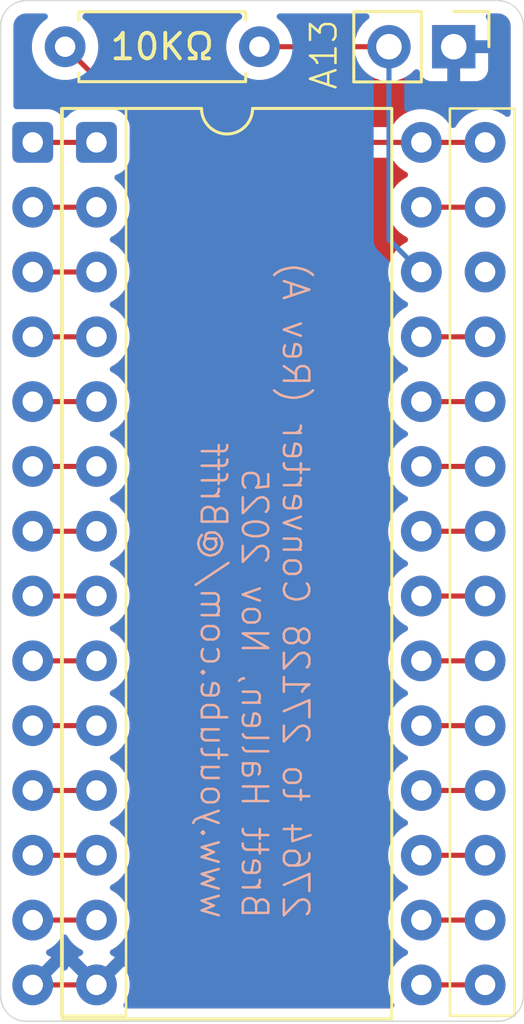
<source format=kicad_pcb>
(kicad_pcb (version 20241229) (generator "pcbnew") (generator_version "9.0")
  (title_block (title "2764 to 27128 Converter") (date "23/NOV/2025") (rev "A") (company "Brett Hallen") (comment 1 "www.youtube.com/@Brfff"))
  (layers (0 "F.Cu" signal) (2 "B.Cu" signal) (13 "F.Paste" user) (15 "B.Paste" user) (5 "F.SilkS" user "F.Silkscreen") (7 "B.SilkS" user "B.Silkscreen") (1 "F.Mask" user) (3 "B.Mask" user) (25 "Edge.Cuts" user))
  (net 0 "")
  (net 1 "GND")
  (net 2 "A_{13}")
  (net 3 "V_{CC}")
  (net 4 "/D_{1}")
  (net 5 "/~{OE}")
  (net 6 "/D_{0}")
  (net 7 "/~{CE}")
  (net 8 "/A_{8}")
  (net 9 "/A_{6}")
  (net 11 "/D_{7}")
  (net 12 "/A_{4}")
  (net 13 "/D_{2}")
  (net 14 "/D_{5}")
  (net 15 "/A_{1}")
  (net 16 "/A_{2}")
  (net 17 "/A_{10}")
  (net 18 "/A_{5}")
  (net 19 "/V_{PP}")
  (net 20 "/A_{0}")
  (net 21 "/D_{6}")
  (net 22 "/D_{4}")
  (net 23 "/A_{7}")
  (net 24 "/A_{3}")
  (net 25 "/~{PGM}")
  (net 26 "/A_{12}")
  (net 27 "/A_{9}")
  (net 28 "/A_{11}")
  (net 29 "/D_{3}")
  (footprint "Resistor_THT:R_Axial_DIN0207_L6.3mm_D2.5mm_P7.62mm_Horizontal" (layer "F.Cu") (at 94.48 46.98 180)
    (property "Reference" "R1" (hide yes))
    (property "Value" "10KΩ" (at 3.81 0 0) (layer "F.SilkS"))
    (fp_line (start 7.08 1.37) (end 7.08 1.04) (stroke (width 0.12)) (layer "F.SilkS"))
    (fp_line (start 7.08 -1.37) (end 7.08 -1.04) (stroke (width 0.12)) (layer "F.SilkS"))
    (fp_line (start 0.54 1.37) (end 7.08 1.37) (stroke (width 0.12)) (layer "F.SilkS"))
    (fp_line (start 0.54 1.04) (end 0.54 1.37) (stroke (width 0.12)) (layer "F.SilkS"))
    (fp_line (start 0.54 -1.04) (end 0.54 -1.37) (stroke (width 0.12)) (layer "F.SilkS"))
    (fp_line (start 0.54 -1.37) (end 7.08 -1.37) (stroke (width 0.12)) (layer "F.SilkS"))
    (pad "1" thru_hole circle (at 0 0 180) (size 1.6 1.6) (drill 0.8) (layers "*.Cu" "*.Mask") (net 2 "A_{13}"))
    (pad "2" thru_hole circle (at 7.62 0 180) (size 1.6 1.6) (drill 0.8) (layers "*.Cu" "*.Mask") (net 3 "V_{CC}"))
  )
  (footprint "Connector_PinHeader_2.54mm:PinHeader_1x02_P2.54mm_Vertical" (layer "F.Cu") (at 102.1 46.98 -90)
    (property "Reference" "J1" (hide yes))
    (property "Value" "A13 Switch" (hide yes))
    (fp_line (start -1.38 3.92) (end 1.38 3.92) (stroke (width 0.12)) (layer "F.SilkS"))
    (fp_line (start -1.38 1.27) (end -1.38 3.92) (stroke (width 0.12)) (layer "F.SilkS"))
    (fp_line (start -1.38 1.27) (end 1.38 1.27) (stroke (width 0.12)) (layer "F.SilkS"))
    (fp_line (start 1.38 1.27) (end 1.38 3.92) (stroke (width 0.12)) (layer "F.SilkS"))
    (fp_line (start -1.38 0) (end -1.38 -1.38) (stroke (width 0.12)) (layer "F.SilkS"))
    (fp_line (start -1.38 -1.38) (end 0 -1.38) (stroke (width 0.12)) (layer "F.SilkS"))
    (pad "1" thru_hole rect (at 0 0 270) (size 1.7 1.7) (drill 1) (layers "*.Cu" "*.Mask") (net 1 "GND"))
    (pad "2" thru_hole circle (at 0 2.54 270) (size 1.7 1.7) (drill 1) (layers "*.Cu" "*.Mask") (net 2 "A_{13}"))
  )
  (footprint "Clueless_Engineer:DIP-28_Adapter" (layer "F.Cu") (at 87.98 50.67)
    (property "Reference" "U1" (hide yes))
    (property "Value" "2764 Socket" (hide yes))
    (fp_rect (start -1.27 -1.27) (end 1.27 34.29) (stroke (width 0.1)) (fill no) (layer "F.SilkS"))
    (fp_rect (start 13.97 -1.27) (end 16.51 34.29) (stroke (width 0.1)) (fill no) (layer "F.SilkS"))
    (pad "1" thru_hole roundrect (at 0.11 0.06) (size 1.6 1.6) (drill 0.8) (layers "*.Cu" "*.Mask") (roundrect_rratio 0.15625) (net 19 "/V_{PP}"))
    (pad "2" thru_hole circle (at 0.11 2.6) (size 1.6 1.6) (drill 0.8) (layers "*.Cu" "*.Mask") (net 26 "/A_{12}"))
    (pad "3" thru_hole circle (at 0.11 5.14) (size 1.6 1.6) (drill 0.8) (layers "*.Cu" "*.Mask") (net 23 "/A_{7}"))
    (pad "4" thru_hole circle (at 0.11 7.68) (size 1.6 1.6) (drill 0.8) (layers "*.Cu" "*.Mask") (net 9 "/A_{6}"))
    (pad "5" thru_hole circle (at 0.11 10.22) (size 1.6 1.6) (drill 0.8) (layers "*.Cu" "*.Mask") (net 18 "/A_{5}"))
    (pad "6" thru_hole circle (at 0.11 12.76) (size 1.6 1.6) (drill 0.8) (layers "*.Cu" "*.Mask") (net 12 "/A_{4}"))
    (pad "7" thru_hole circle (at 0.11 15.3) (size 1.6 1.6) (drill 0.8) (layers "*.Cu" "*.Mask") (net 24 "/A_{3}"))
    (pad "8" thru_hole circle (at 0.11 17.84) (size 1.6 1.6) (drill 0.8) (layers "*.Cu" "*.Mask") (net 16 "/A_{2}"))
    (pad "9" thru_hole circle (at 0.11 20.38) (size 1.6 1.6) (drill 0.8) (layers "*.Cu" "*.Mask") (net 15 "/A_{1}"))
    (pad "10" thru_hole circle (at 0.11 22.92) (size 1.6 1.6) (drill 0.8) (layers "*.Cu" "*.Mask") (net 20 "/A_{0}"))
    (pad "11" thru_hole circle (at 0.11 25.46) (size 1.6 1.6) (drill 0.8) (layers "*.Cu" "*.Mask") (net 6 "/D_{0}"))
    (pad "12" thru_hole circle (at 0.11 28) (size 1.6 1.6) (drill 0.8) (layers "*.Cu" "*.Mask") (net 4 "/D_{1}"))
    (pad "13" thru_hole circle (at 0.11 30.54) (size 1.6 1.6) (drill 0.8) (layers "*.Cu" "*.Mask") (net 13 "/D_{2}"))
    (pad "14" thru_hole circle (at 0.11 33.08) (size 1.6 1.6) (drill 0.8) (layers "*.Cu" "*.Mask") (net 1 "GND"))
    (pad "15" thru_hole circle (at 15.35 33.08) (size 1.6 1.6) (drill 0.8) (layers "*.Cu" "*.Mask") (net 29 "/D_{3}"))
    (pad "16" thru_hole circle (at 15.35 30.54) (size 1.6 1.6) (drill 0.8) (layers "*.Cu" "*.Mask") (net 22 "/D_{4}"))
    (pad "17" thru_hole circle (at 15.35 28) (size 1.6 1.6) (drill 0.8) (layers "*.Cu" "*.Mask") (net 14 "/D_{5}"))
    (pad "18" thru_hole circle (at 15.35 25.46) (size 1.6 1.6) (drill 0.8) (layers "*.Cu" "*.Mask") (net 21 "/D_{6}"))
    (pad "19" thru_hole circle (at 15.35 22.92) (size 1.6 1.6) (drill 0.8) (layers "*.Cu" "*.Mask") (net 11 "/D_{7}"))
    (pad "20" thru_hole circle (at 15.35 20.38) (size 1.6 1.6) (drill 0.8) (layers "*.Cu" "*.Mask") (net 7 "/~{CE}"))
    (pad "21" thru_hole circle (at 15.35 17.84) (size 1.6 1.6) (drill 0.8) (layers "*.Cu" "*.Mask") (net 17 "/A_{10}"))
    (pad "22" thru_hole circle (at 15.35 15.3) (size 1.6 1.6) (drill 0.8) (layers "*.Cu" "*.Mask") (net 5 "/~{OE}"))
    (pad "23" thru_hole circle (at 15.35 12.76) (size 1.6 1.6) (drill 0.8) (layers "*.Cu" "*.Mask") (net 28 "/A_{11}"))
    (pad "24" thru_hole circle (at 15.35 10.22) (size 1.6 1.6) (drill 0.8) (layers "*.Cu" "*.Mask") (net 27 "/A_{9}"))
    (pad "25" thru_hole circle (at 15.35 7.68) (size 1.6 1.6) (drill 0.8) (layers "*.Cu" "*.Mask") (net 8 "/A_{8}"))
    (pad "26" thru_hole circle (at 15.35 5.14) (size 1.6 1.6) (drill 0.8) (layers "*.Cu" "*.Mask"))
    (pad "27" thru_hole circle (at 15.35 2.6) (size 1.6 1.6) (drill 0.8) (layers "*.Cu" "*.Mask") (net 25 "/~{PGM}"))
    (pad "28" thru_hole circle (at 15.35 0.06) (size 1.6 1.6) (drill 0.8) (layers "*.Cu" "*.Mask") (net 3 "V_{CC}"))
  )
  (footprint "Package_DIP:DIP-28_W15.24mm" (layer "F.Cu") (at 85.59 50.73)
    (property "Reference" "U2" (hide yes))
    (property "Value" "27128" (hide yes))
    (fp_line (start 1.16 -1.33) (end 1.16 34.35) (stroke (width 0.12)) (layer "F.SilkS"))
    (fp_line (start 1.16 34.35) (end 14.08 34.35) (stroke (width 0.12)) (layer "F.SilkS"))
    (fp_line (start 6.62 -1.33) (end 1.16 -1.33) (stroke (width 0.12)) (layer "F.SilkS"))
    (fp_line (start 14.08 -1.33) (end 8.62 -1.33) (stroke (width 0.12)) (layer "F.SilkS"))
    (fp_line (start 14.08 34.35) (end 14.08 -1.33) (stroke (width 0.12)) (layer "F.SilkS"))
    (fp_arc (start 8.62 -1.33) (mid 7.62 -0.33) (end 6.62 -1.33) (stroke (width 0.12)) (layer "F.SilkS"))
    (pad "1" thru_hole roundrect (at 0 0) (size 1.6 1.6) (drill 0.8) (layers "*.Cu" "*.Mask") (roundrect_rratio 0.15625) (net 19 "/V_{PP}"))
    (pad "2" thru_hole circle (at 0 2.54) (size 1.6 1.6) (drill 0.8) (layers "*.Cu" "*.Mask") (net 26 "/A_{12}"))
    (pad "3" thru_hole circle (at 0 5.08) (size 1.6 1.6) (drill 0.8) (layers "*.Cu" "*.Mask") (net 23 "/A_{7}"))
    (pad "4" thru_hole circle (at 0 7.62) (size 1.6 1.6) (drill 0.8) (layers "*.Cu" "*.Mask") (net 9 "/A_{6}"))
    (pad "5" thru_hole circle (at 0 10.16) (size 1.6 1.6) (drill 0.8) (layers "*.Cu" "*.Mask") (net 18 "/A_{5}"))
    (pad "6" thru_hole circle (at 0 12.7) (size 1.6 1.6) (drill 0.8) (layers "*.Cu" "*.Mask") (net 12 "/A_{4}"))
    (pad "7" thru_hole circle (at 0 15.24) (size 1.6 1.6) (drill 0.8) (layers "*.Cu" "*.Mask") (net 24 "/A_{3}"))
    (pad "8" thru_hole circle (at 0 17.78) (size 1.6 1.6) (drill 0.8) (layers "*.Cu" "*.Mask") (net 16 "/A_{2}"))
    (pad "9" thru_hole circle (at 0 20.32) (size 1.6 1.6) (drill 0.8) (layers "*.Cu" "*.Mask") (net 15 "/A_{1}"))
    (pad "10" thru_hole circle (at 0 22.86) (size 1.6 1.6) (drill 0.8) (layers "*.Cu" "*.Mask") (net 20 "/A_{0}"))
    (pad "11" thru_hole circle (at 0 25.4) (size 1.6 1.6) (drill 0.8) (layers "*.Cu" "*.Mask") (net 6 "/D_{0}"))
    (pad "12" thru_hole circle (at 0 27.94) (size 1.6 1.6) (drill 0.8) (layers "*.Cu" "*.Mask") (net 4 "/D_{1}"))
    (pad "13" thru_hole circle (at 0 30.48) (size 1.6 1.6) (drill 0.8) (layers "*.Cu" "*.Mask") (net 13 "/D_{2}"))
    (pad "14" thru_hole circle (at 0 33.02) (size 1.6 1.6) (drill 0.8) (layers "*.Cu" "*.Mask") (net 1 "GND"))
    (pad "15" thru_hole circle (at 15.24 33.02) (size 1.6 1.6) (drill 0.8) (layers "*.Cu" "*.Mask") (net 29 "/D_{3}"))
    (pad "16" thru_hole circle (at 15.24 30.48) (size 1.6 1.6) (drill 0.8) (layers "*.Cu" "*.Mask") (net 22 "/D_{4}"))
    (pad "17" thru_hole circle (at 15.24 27.94) (size 1.6 1.6) (drill 0.8) (layers "*.Cu" "*.Mask") (net 14 "/D_{5}"))
    (pad "18" thru_hole circle (at 15.24 25.4) (size 1.6 1.6) (drill 0.8) (layers "*.Cu" "*.Mask") (net 21 "/D_{6}"))
    (pad "19" thru_hole circle (at 15.24 22.86) (size 1.6 1.6) (drill 0.8) (layers "*.Cu" "*.Mask") (net 11 "/D_{7}"))
    (pad "20" thru_hole circle (at 15.24 20.32) (size 1.6 1.6) (drill 0.8) (layers "*.Cu" "*.Mask") (net 7 "/~{CE}"))
    (pad "21" thru_hole circle (at 15.24 17.78) (size 1.6 1.6) (drill 0.8) (layers "*.Cu" "*.Mask") (net 17 "/A_{10}"))
    (pad "22" thru_hole circle (at 15.24 15.24) (size 1.6 1.6) (drill 0.8) (layers "*.Cu" "*.Mask") (net 5 "/~{OE}"))
    (pad "23" thru_hole circle (at 15.24 12.7) (size 1.6 1.6) (drill 0.8) (layers "*.Cu" "*.Mask") (net 28 "/A_{11}"))
    (pad "24" thru_hole circle (at 15.24 10.16) (size 1.6 1.6) (drill 0.8) (layers "*.Cu" "*.Mask") (net 27 "/A_{9}"))
    (pad "25" thru_hole circle (at 15.24 7.62) (size 1.6 1.6) (drill 0.8) (layers "*.Cu" "*.Mask") (net 8 "/A_{8}"))
    (pad "26" thru_hole circle (at 15.24 5.08) (size 1.6 1.6) (drill 0.8) (layers "*.Cu" "*.Mask") (net 2 "A_{13}"))
    (pad "27" thru_hole circle (at 15.24 2.54) (size 1.6 1.6) (drill 0.8) (layers "*.Cu" "*.Mask") (net 25 "/~{PGM}"))
    (pad "28" thru_hole circle (at 15.24 0) (size 1.6 1.6) (drill 0.8) (layers "*.Cu" "*.Mask") (net 3 "V_{CC}"))
  )
  (gr_line (start 103.831717 85.174076) (end 85.331717 85.174076) (stroke (width 0.05)) (layer "Edge.Cuts"))
  (gr_arc (start 103.831717 45.174076) (mid 104.538821 45.466974) (end 104.831717 46.174076) (stroke (width 0.05)) (layer "Edge.Cuts"))
  (gr_arc (start 104.831717 84.174076) (mid 104.538824 84.881183) (end 103.831717 85.174076) (stroke (width 0.05)) (layer "Edge.Cuts"))
  (gr_line (start 84.331717 84.174076) (end 84.331717 46.174076) (stroke (width 0.05)) (layer "Edge.Cuts"))
  (gr_line (start 104.831717 46.174076) (end 104.831717 84.174076) (stroke (width 0.05)) (layer "Edge.Cuts"))
  (gr_arc (start 84.331717 46.174076) (mid 84.62462 45.466991) (end 85.331717 45.174076) (stroke (width 0.05)) (layer "Edge.Cuts"))
  (gr_arc (start 85.331717 85.174076) (mid 84.624608 84.881187) (end 84.331717 84.174076) (stroke (width 0.05)) (layer "Edge.Cuts"))
  (gr_line (start 85.331717 45.174076) (end 103.831717 45.174076) (stroke (width 0.05)) (layer "Edge.Cuts"))
  (gr_text "A13" (at 97.59 48.73 90) (layer "F.SilkS") (effects (font (size 1 1) (thickness 0.1)) (justify left bottom)))
  (gr_text "2764 to 27128 Converter (Rev A)\nBrett Hallen, Nov 2025\nwww.youtube.com/@Brfff" (at 92.09 81.23 270) (layer "B.SilkS") (effects (font (size 1 1) (thickness 0.1)) (justify left bottom mirror)))
  (segment (start 85.59 83.75) (end 88.09 83.75) (width 0.2) (layer "F.Cu") (net 1))
  (segment (start 94.48 46.98) (end 99.56 46.98) (width 0.2) (layer "F.Cu") (net 2))
  (segment (start 99.56 46.98) (end 99.56 54.54) (width 0.2) (layer "B.Cu") (net 2))
  (segment (start 99.56 54.54) (end 100.83 55.81) (width 0.2) (layer "B.Cu") (net 2))
  (segment (start 100.83 50.73) (end 103.33 50.73) (width 0.2) (layer "F.Cu") (net 3))
  (segment (start 86.86 46.98) (end 90.61 50.73) (width 0.2) (layer "F.Cu") (net 3))
  (segment (start 90.61 50.73) (end 100.83 50.73) (width 0.2) (layer "F.Cu") (net 3))
  (segment (start 85.59 78.67) (end 88.09 78.67) (width 0.2) (layer "F.Cu") (net 4))
  (segment (start 100.83 65.97) (end 103.33 65.97) (width 0.2) (layer "F.Cu") (net 5))
  (segment (start 85.59 76.13) (end 88.09 76.13) (width 0.2) (layer "F.Cu") (net 6))
  (segment (start 100.83 71.05) (end 103.33 71.05) (width 0.2) (layer "F.Cu") (net 7))
  (segment (start 100.83 58.35) (end 103.33 58.35) (width 0.2) (layer "F.Cu") (net 8))
  (segment (start 85.59 58.35) (end 88.09 58.35) (width 0.2) (layer "F.Cu") (net 9))
  (segment (start 100.83 73.59) (end 103.33 73.59) (width 0.2) (layer "F.Cu") (net 11))
  (segment (start 85.59 63.43) (end 88.09 63.43) (width 0.2) (layer "F.Cu") (net 12))
  (segment (start 85.59 81.21) (end 88.09 81.21) (width 0.2) (layer "F.Cu") (net 13))
  (segment (start 100.83 78.67) (end 103.33 78.67) (width 0.2) (layer "F.Cu") (net 14))
  (segment (start 85.59 71.05) (end 88.09 71.05) (width 0.2) (layer "F.Cu") (net 15))
  (segment (start 85.59 68.51) (end 88.09 68.51) (width 0.2) (layer "F.Cu") (net 16))
  (segment (start 100.83 68.51) (end 103.33 68.51) (width 0.2) (layer "F.Cu") (net 17))
  (segment (start 85.59 60.89) (end 88.09 60.89) (width 0.2) (layer "F.Cu") (net 18))
  (segment (start 85.59 50.73) (end 88.09 50.73) (width 0.2) (layer "F.Cu") (net 19))
  (segment (start 85.59 73.59) (end 88.09 73.59) (width 0.2) (layer "F.Cu") (net 20))
  (segment (start 100.83 76.13) (end 103.33 76.13) (width 0.2) (layer "F.Cu") (net 21))
  (segment (start 100.83 81.21) (end 103.33 81.21) (width 0.2) (layer "F.Cu") (net 22))
  (segment (start 85.59 55.81) (end 88.09 55.81) (width 0.2) (layer "F.Cu") (net 23))
  (segment (start 85.59 65.97) (end 88.09 65.97) (width 0.2) (layer "F.Cu") (net 24))
  (segment (start 100.83 53.27) (end 103.33 53.27) (width 0.2) (layer "F.Cu") (net 25))
  (segment (start 85.59 53.27) (end 88.09 53.27) (width 0.2) (layer "F.Cu") (net 26))
  (segment (start 100.83 60.89) (end 103.33 60.89) (width 0.2) (layer "F.Cu") (net 27))
  (segment (start 100.83 63.43) (end 103.33 63.43) (width 0.2) (layer "F.Cu") (net 28))
  (segment (start 100.83 83.75) (end 103.33 83.75) (width 0.2) (layer "F.Cu") (net 29))
  (zone (net 1) (net_name "GND") (layers "F.Cu" "B.Cu") (connect_pads (clearance 0.5)) (min_thickness 0.25) (fill yes (thermal_gap 0.5) (thermal_bridge_width 0.5))
    (polygon (pts (xy 84.331717 45.174076) (xy 104.831717 45.174076) (xy 104.831717 85.174076) (xy 84.331717 85.174076)))
  )
)
</source>
